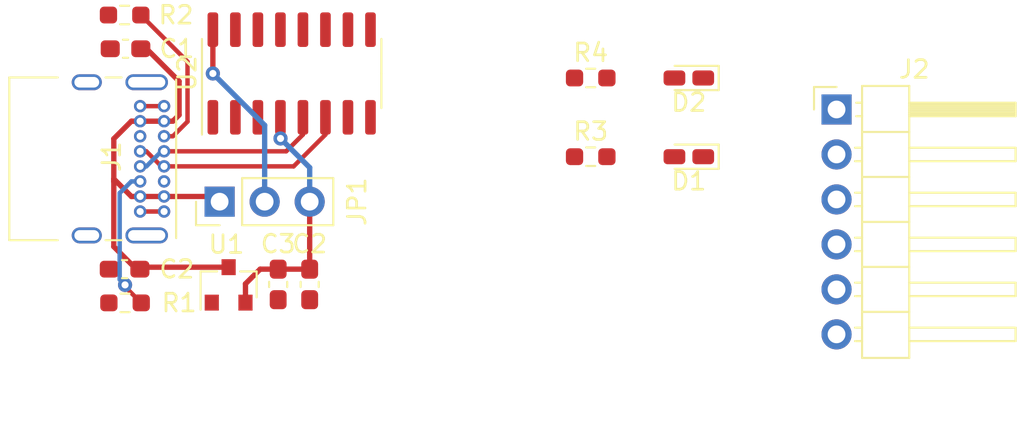
<source format=kicad_pcb>
(kicad_pcb (version 20171130) (host pcbnew 5.1.10)

  (general
    (thickness 1.6)
    (drawings 0)
    (tracks 60)
    (zones 0)
    (modules 15)
    (nets 25)
  )

  (page A4)
  (layers
    (0 F.Cu signal)
    (31 B.Cu signal)
    (32 B.Adhes user)
    (33 F.Adhes user)
    (34 B.Paste user)
    (35 F.Paste user)
    (36 B.SilkS user)
    (37 F.SilkS user)
    (38 B.Mask user)
    (39 F.Mask user)
    (40 Dwgs.User user)
    (41 Cmts.User user)
    (42 Eco1.User user)
    (43 Eco2.User user)
    (44 Edge.Cuts user)
    (45 Margin user)
    (46 B.CrtYd user)
    (47 F.CrtYd user)
    (48 B.Fab user)
    (49 F.Fab user)
  )

  (setup
    (last_trace_width 0.25)
    (trace_clearance 0.2)
    (zone_clearance 0.0254)
    (zone_45_only no)
    (trace_min 0.2)
    (via_size 0.8)
    (via_drill 0.4)
    (via_min_size 0.4)
    (via_min_drill 0.3)
    (uvia_size 0.3)
    (uvia_drill 0.1)
    (uvias_allowed no)
    (uvia_min_size 0.2)
    (uvia_min_drill 0.1)
    (edge_width 0.05)
    (segment_width 0.2)
    (pcb_text_width 0.3)
    (pcb_text_size 1.5 1.5)
    (mod_edge_width 0.12)
    (mod_text_size 1 1)
    (mod_text_width 0.15)
    (pad_size 1.524 1.524)
    (pad_drill 0.762)
    (pad_to_mask_clearance 0)
    (aux_axis_origin 0 0)
    (visible_elements FFFFFF7F)
    (pcbplotparams
      (layerselection 0x010fc_ffffffff)
      (usegerberextensions false)
      (usegerberattributes true)
      (usegerberadvancedattributes true)
      (creategerberjobfile true)
      (excludeedgelayer true)
      (linewidth 0.100000)
      (plotframeref false)
      (viasonmask false)
      (mode 1)
      (useauxorigin false)
      (hpglpennumber 1)
      (hpglpenspeed 20)
      (hpglpendiameter 15.000000)
      (psnegative false)
      (psa4output false)
      (plotreference true)
      (plotvalue true)
      (plotinvisibletext false)
      (padsonsilk false)
      (subtractmaskfromsilk false)
      (outputformat 1)
      (mirror false)
      (drillshape 1)
      (scaleselection 1)
      (outputdirectory ""))
  )

  (net 0 "")
  (net 1 shield)
  (net 2 +5V)
  (net 3 "Net-(J1-PadB8)")
  (net 4 "Net-(J1-PadA8)")
  (net 5 GNDD)
  (net 6 +3V3)
  (net 7 /USB_D+)
  (net 8 /USB_D-)
  (net 9 VCC)
  (net 10 /DTR)
  (net 11 /CTS)
  (net 12 /RXD)
  (net 13 /TXD)
  (net 14 "Net-(D1-Pad2)")
  (net 15 "Net-(D2-Pad2)")
  (net 16 "Net-(U2-Pad15)")
  (net 17 "Net-(U2-Pad14)")
  (net 18 "Net-(U2-Pad12)")
  (net 19 "Net-(U2-Pad11)")
  (net 20 "Net-(U2-Pad10)")
  (net 21 "Net-(U2-Pad8)")
  (net 22 "Net-(U2-Pad7)")
  (net 23 /CC2)
  (net 24 /CC1)

  (net_class Default "This is the default net class."
    (clearance 0.2)
    (trace_width 0.25)
    (via_dia 0.8)
    (via_drill 0.4)
    (uvia_dia 0.3)
    (uvia_drill 0.1)
    (add_net /CC1)
    (add_net /CC2)
    (add_net /CTS)
    (add_net /DTR)
    (add_net /RXD)
    (add_net /TXD)
    (add_net /USB_D+)
    (add_net /USB_D-)
    (add_net GNDD)
    (add_net "Net-(D1-Pad2)")
    (add_net "Net-(D2-Pad2)")
    (add_net "Net-(J1-PadA8)")
    (add_net "Net-(J1-PadB8)")
    (add_net "Net-(U2-Pad10)")
    (add_net "Net-(U2-Pad11)")
    (add_net "Net-(U2-Pad12)")
    (add_net "Net-(U2-Pad14)")
    (add_net "Net-(U2-Pad15)")
    (add_net "Net-(U2-Pad7)")
    (add_net "Net-(U2-Pad8)")
    (add_net shield)
  )

  (net_class VCC ""
    (clearance 0.2)
    (trace_width 0.3)
    (via_dia 0.8)
    (via_drill 0.4)
    (uvia_dia 0.3)
    (uvia_drill 0.1)
    (add_net +3V3)
    (add_net +5V)
    (add_net VCC)
  )

  (module Resistor_SMD:R_0603_1608Metric_Pad0.98x0.95mm_HandSolder (layer F.Cu) (tedit 5F68FEEE) (tstamp 60D6DADA)
    (at 78.5895 57.15)
    (descr "Resistor SMD 0603 (1608 Metric), square (rectangular) end terminal, IPC_7351 nominal with elongated pad for handsoldering. (Body size source: IPC-SM-782 page 72, https://www.pcb-3d.com/wordpress/wp-content/uploads/ipc-sm-782a_amendment_1_and_2.pdf), generated with kicad-footprint-generator")
    (tags "resistor handsolder")
    (path /60E3B5A9)
    (attr smd)
    (fp_text reference R4 (at 0 -1.43) (layer F.SilkS)
      (effects (font (size 1 1) (thickness 0.15)))
    )
    (fp_text value 51 (at 0 1.43) (layer F.Fab)
      (effects (font (size 1 1) (thickness 0.15)))
    )
    (fp_text user %R (at 0 0) (layer F.Fab)
      (effects (font (size 0.4 0.4) (thickness 0.06)))
    )
    (fp_line (start -0.8 0.4125) (end -0.8 -0.4125) (layer F.Fab) (width 0.1))
    (fp_line (start -0.8 -0.4125) (end 0.8 -0.4125) (layer F.Fab) (width 0.1))
    (fp_line (start 0.8 -0.4125) (end 0.8 0.4125) (layer F.Fab) (width 0.1))
    (fp_line (start 0.8 0.4125) (end -0.8 0.4125) (layer F.Fab) (width 0.1))
    (fp_line (start -0.254724 -0.5225) (end 0.254724 -0.5225) (layer F.SilkS) (width 0.12))
    (fp_line (start -0.254724 0.5225) (end 0.254724 0.5225) (layer F.SilkS) (width 0.12))
    (fp_line (start -1.65 0.73) (end -1.65 -0.73) (layer F.CrtYd) (width 0.05))
    (fp_line (start -1.65 -0.73) (end 1.65 -0.73) (layer F.CrtYd) (width 0.05))
    (fp_line (start 1.65 -0.73) (end 1.65 0.73) (layer F.CrtYd) (width 0.05))
    (fp_line (start 1.65 0.73) (end -1.65 0.73) (layer F.CrtYd) (width 0.05))
    (pad 2 smd roundrect (at 0.9125 0) (size 0.975 0.95) (layers F.Cu F.Paste F.Mask) (roundrect_rratio 0.25)
      (net 15 "Net-(D2-Pad2)"))
    (pad 1 smd roundrect (at -0.9125 0) (size 0.975 0.95) (layers F.Cu F.Paste F.Mask) (roundrect_rratio 0.25)
      (net 6 +3V3))
    (model ${KISYS3DMOD}/Resistor_SMD.3dshapes/R_0603_1608Metric.wrl
      (at (xyz 0 0 0))
      (scale (xyz 1 1 1))
      (rotate (xyz 0 0 0))
    )
  )

  (module Resistor_SMD:R_0603_1608Metric_Pad0.98x0.95mm_HandSolder (layer F.Cu) (tedit 5F68FEEE) (tstamp 60D6DAC9)
    (at 78.5895 61.595)
    (descr "Resistor SMD 0603 (1608 Metric), square (rectangular) end terminal, IPC_7351 nominal with elongated pad for handsoldering. (Body size source: IPC-SM-782 page 72, https://www.pcb-3d.com/wordpress/wp-content/uploads/ipc-sm-782a_amendment_1_and_2.pdf), generated with kicad-footprint-generator")
    (tags "resistor handsolder")
    (path /60E3936D)
    (attr smd)
    (fp_text reference R3 (at 0 -1.43) (layer F.SilkS)
      (effects (font (size 1 1) (thickness 0.15)))
    )
    (fp_text value 51 (at 0 1.43) (layer F.Fab)
      (effects (font (size 1 1) (thickness 0.15)))
    )
    (fp_text user %R (at 0 0) (layer F.Fab)
      (effects (font (size 0.4 0.4) (thickness 0.06)))
    )
    (fp_line (start -0.8 0.4125) (end -0.8 -0.4125) (layer F.Fab) (width 0.1))
    (fp_line (start -0.8 -0.4125) (end 0.8 -0.4125) (layer F.Fab) (width 0.1))
    (fp_line (start 0.8 -0.4125) (end 0.8 0.4125) (layer F.Fab) (width 0.1))
    (fp_line (start 0.8 0.4125) (end -0.8 0.4125) (layer F.Fab) (width 0.1))
    (fp_line (start -0.254724 -0.5225) (end 0.254724 -0.5225) (layer F.SilkS) (width 0.12))
    (fp_line (start -0.254724 0.5225) (end 0.254724 0.5225) (layer F.SilkS) (width 0.12))
    (fp_line (start -1.65 0.73) (end -1.65 -0.73) (layer F.CrtYd) (width 0.05))
    (fp_line (start -1.65 -0.73) (end 1.65 -0.73) (layer F.CrtYd) (width 0.05))
    (fp_line (start 1.65 -0.73) (end 1.65 0.73) (layer F.CrtYd) (width 0.05))
    (fp_line (start 1.65 0.73) (end -1.65 0.73) (layer F.CrtYd) (width 0.05))
    (pad 2 smd roundrect (at 0.9125 0) (size 0.975 0.95) (layers F.Cu F.Paste F.Mask) (roundrect_rratio 0.25)
      (net 14 "Net-(D1-Pad2)"))
    (pad 1 smd roundrect (at -0.9125 0) (size 0.975 0.95) (layers F.Cu F.Paste F.Mask) (roundrect_rratio 0.25)
      (net 6 +3V3))
    (model ${KISYS3DMOD}/Resistor_SMD.3dshapes/R_0603_1608Metric.wrl
      (at (xyz 0 0 0))
      (scale (xyz 1 1 1))
      (rotate (xyz 0 0 0))
    )
  )

  (module Resistor_SMD:R_0603_1608Metric_Pad0.98x0.95mm_HandSolder (layer F.Cu) (tedit 5F68FEEE) (tstamp 60D6DAB8)
    (at 52.3005 53.594 180)
    (descr "Resistor SMD 0603 (1608 Metric), square (rectangular) end terminal, IPC_7351 nominal with elongated pad for handsoldering. (Body size source: IPC-SM-782 page 72, https://www.pcb-3d.com/wordpress/wp-content/uploads/ipc-sm-782a_amendment_1_and_2.pdf), generated with kicad-footprint-generator")
    (tags "resistor handsolder")
    (path /60D9FAEA)
    (attr smd)
    (fp_text reference R2 (at -2.8975 0) (layer F.SilkS)
      (effects (font (size 1 1) (thickness 0.15)))
    )
    (fp_text value 5.1k (at 3.4525 0) (layer F.Fab)
      (effects (font (size 1 1) (thickness 0.15)))
    )
    (fp_text user %R (at 0 0) (layer F.Fab)
      (effects (font (size 0.4 0.4) (thickness 0.06)))
    )
    (fp_line (start -0.8 0.4125) (end -0.8 -0.4125) (layer F.Fab) (width 0.1))
    (fp_line (start -0.8 -0.4125) (end 0.8 -0.4125) (layer F.Fab) (width 0.1))
    (fp_line (start 0.8 -0.4125) (end 0.8 0.4125) (layer F.Fab) (width 0.1))
    (fp_line (start 0.8 0.4125) (end -0.8 0.4125) (layer F.Fab) (width 0.1))
    (fp_line (start -0.254724 -0.5225) (end 0.254724 -0.5225) (layer F.SilkS) (width 0.12))
    (fp_line (start -0.254724 0.5225) (end 0.254724 0.5225) (layer F.SilkS) (width 0.12))
    (fp_line (start -1.65 0.73) (end -1.65 -0.73) (layer F.CrtYd) (width 0.05))
    (fp_line (start -1.65 -0.73) (end 1.65 -0.73) (layer F.CrtYd) (width 0.05))
    (fp_line (start 1.65 -0.73) (end 1.65 0.73) (layer F.CrtYd) (width 0.05))
    (fp_line (start 1.65 0.73) (end -1.65 0.73) (layer F.CrtYd) (width 0.05))
    (pad 2 smd roundrect (at 0.9125 0 180) (size 0.975 0.95) (layers F.Cu F.Paste F.Mask) (roundrect_rratio 0.25)
      (net 5 GNDD))
    (pad 1 smd roundrect (at -0.9125 0 180) (size 0.975 0.95) (layers F.Cu F.Paste F.Mask) (roundrect_rratio 0.25)
      (net 24 /CC1))
    (model ${KISYS3DMOD}/Resistor_SMD.3dshapes/R_0603_1608Metric.wrl
      (at (xyz 0 0 0))
      (scale (xyz 1 1 1))
      (rotate (xyz 0 0 0))
    )
  )

  (module Resistor_SMD:R_0603_1608Metric_Pad0.98x0.95mm_HandSolder (layer F.Cu) (tedit 5F68FEEE) (tstamp 60D6EB45)
    (at 52.324 69.85 180)
    (descr "Resistor SMD 0603 (1608 Metric), square (rectangular) end terminal, IPC_7351 nominal with elongated pad for handsoldering. (Body size source: IPC-SM-782 page 72, https://www.pcb-3d.com/wordpress/wp-content/uploads/ipc-sm-782a_amendment_1_and_2.pdf), generated with kicad-footprint-generator")
    (tags "resistor handsolder")
    (path /60D9E0DD)
    (attr smd)
    (fp_text reference R1 (at -3.048 0) (layer F.SilkS)
      (effects (font (size 1 1) (thickness 0.15)))
    )
    (fp_text value 5.1k (at 3.556 0) (layer F.Fab)
      (effects (font (size 1 1) (thickness 0.15)))
    )
    (fp_text user %R (at 0 0 180) (layer F.Fab)
      (effects (font (size 0.4 0.4) (thickness 0.06)))
    )
    (fp_line (start -0.8 0.4125) (end -0.8 -0.4125) (layer F.Fab) (width 0.1))
    (fp_line (start -0.8 -0.4125) (end 0.8 -0.4125) (layer F.Fab) (width 0.1))
    (fp_line (start 0.8 -0.4125) (end 0.8 0.4125) (layer F.Fab) (width 0.1))
    (fp_line (start 0.8 0.4125) (end -0.8 0.4125) (layer F.Fab) (width 0.1))
    (fp_line (start -0.254724 -0.5225) (end 0.254724 -0.5225) (layer F.SilkS) (width 0.12))
    (fp_line (start -0.254724 0.5225) (end 0.254724 0.5225) (layer F.SilkS) (width 0.12))
    (fp_line (start -1.65 0.73) (end -1.65 -0.73) (layer F.CrtYd) (width 0.05))
    (fp_line (start -1.65 -0.73) (end 1.65 -0.73) (layer F.CrtYd) (width 0.05))
    (fp_line (start 1.65 -0.73) (end 1.65 0.73) (layer F.CrtYd) (width 0.05))
    (fp_line (start 1.65 0.73) (end -1.65 0.73) (layer F.CrtYd) (width 0.05))
    (pad 2 smd roundrect (at 0.9125 0 180) (size 0.975 0.95) (layers F.Cu F.Paste F.Mask) (roundrect_rratio 0.25)
      (net 5 GNDD))
    (pad 1 smd roundrect (at -0.9125 0 180) (size 0.975 0.95) (layers F.Cu F.Paste F.Mask) (roundrect_rratio 0.25)
      (net 23 /CC2))
    (model ${KISYS3DMOD}/Resistor_SMD.3dshapes/R_0603_1608Metric.wrl
      (at (xyz 0 0 0))
      (scale (xyz 1 1 1))
      (rotate (xyz 0 0 0))
    )
  )

  (module Connector_PinHeader_2.54mm:PinHeader_1x06_P2.54mm_Horizontal (layer F.Cu) (tedit 59FED5CB) (tstamp 60D6DA6A)
    (at 92.456 58.928)
    (descr "Through hole angled pin header, 1x06, 2.54mm pitch, 6mm pin length, single row")
    (tags "Through hole angled pin header THT 1x06 2.54mm single row")
    (path /60EAF4A8)
    (fp_text reference J2 (at 4.385 -2.27) (layer F.SilkS)
      (effects (font (size 1 1) (thickness 0.15)))
    )
    (fp_text value Conn_01x06 (at 4.385 14.97) (layer F.Fab)
      (effects (font (size 1 1) (thickness 0.15)))
    )
    (fp_text user %R (at 2.77 6.35 90) (layer F.Fab)
      (effects (font (size 1 1) (thickness 0.15)))
    )
    (fp_line (start 2.135 -1.27) (end 4.04 -1.27) (layer F.Fab) (width 0.1))
    (fp_line (start 4.04 -1.27) (end 4.04 13.97) (layer F.Fab) (width 0.1))
    (fp_line (start 4.04 13.97) (end 1.5 13.97) (layer F.Fab) (width 0.1))
    (fp_line (start 1.5 13.97) (end 1.5 -0.635) (layer F.Fab) (width 0.1))
    (fp_line (start 1.5 -0.635) (end 2.135 -1.27) (layer F.Fab) (width 0.1))
    (fp_line (start -0.32 -0.32) (end 1.5 -0.32) (layer F.Fab) (width 0.1))
    (fp_line (start -0.32 -0.32) (end -0.32 0.32) (layer F.Fab) (width 0.1))
    (fp_line (start -0.32 0.32) (end 1.5 0.32) (layer F.Fab) (width 0.1))
    (fp_line (start 4.04 -0.32) (end 10.04 -0.32) (layer F.Fab) (width 0.1))
    (fp_line (start 10.04 -0.32) (end 10.04 0.32) (layer F.Fab) (width 0.1))
    (fp_line (start 4.04 0.32) (end 10.04 0.32) (layer F.Fab) (width 0.1))
    (fp_line (start -0.32 2.22) (end 1.5 2.22) (layer F.Fab) (width 0.1))
    (fp_line (start -0.32 2.22) (end -0.32 2.86) (layer F.Fab) (width 0.1))
    (fp_line (start -0.32 2.86) (end 1.5 2.86) (layer F.Fab) (width 0.1))
    (fp_line (start 4.04 2.22) (end 10.04 2.22) (layer F.Fab) (width 0.1))
    (fp_line (start 10.04 2.22) (end 10.04 2.86) (layer F.Fab) (width 0.1))
    (fp_line (start 4.04 2.86) (end 10.04 2.86) (layer F.Fab) (width 0.1))
    (fp_line (start -0.32 4.76) (end 1.5 4.76) (layer F.Fab) (width 0.1))
    (fp_line (start -0.32 4.76) (end -0.32 5.4) (layer F.Fab) (width 0.1))
    (fp_line (start -0.32 5.4) (end 1.5 5.4) (layer F.Fab) (width 0.1))
    (fp_line (start 4.04 4.76) (end 10.04 4.76) (layer F.Fab) (width 0.1))
    (fp_line (start 10.04 4.76) (end 10.04 5.4) (layer F.Fab) (width 0.1))
    (fp_line (start 4.04 5.4) (end 10.04 5.4) (layer F.Fab) (width 0.1))
    (fp_line (start -0.32 7.3) (end 1.5 7.3) (layer F.Fab) (width 0.1))
    (fp_line (start -0.32 7.3) (end -0.32 7.94) (layer F.Fab) (width 0.1))
    (fp_line (start -0.32 7.94) (end 1.5 7.94) (layer F.Fab) (width 0.1))
    (fp_line (start 4.04 7.3) (end 10.04 7.3) (layer F.Fab) (width 0.1))
    (fp_line (start 10.04 7.3) (end 10.04 7.94) (layer F.Fab) (width 0.1))
    (fp_line (start 4.04 7.94) (end 10.04 7.94) (layer F.Fab) (width 0.1))
    (fp_line (start -0.32 9.84) (end 1.5 9.84) (layer F.Fab) (width 0.1))
    (fp_line (start -0.32 9.84) (end -0.32 10.48) (layer F.Fab) (width 0.1))
    (fp_line (start -0.32 10.48) (end 1.5 10.48) (layer F.Fab) (width 0.1))
    (fp_line (start 4.04 9.84) (end 10.04 9.84) (layer F.Fab) (width 0.1))
    (fp_line (start 10.04 9.84) (end 10.04 10.48) (layer F.Fab) (width 0.1))
    (fp_line (start 4.04 10.48) (end 10.04 10.48) (layer F.Fab) (width 0.1))
    (fp_line (start -0.32 12.38) (end 1.5 12.38) (layer F.Fab) (width 0.1))
    (fp_line (start -0.32 12.38) (end -0.32 13.02) (layer F.Fab) (width 0.1))
    (fp_line (start -0.32 13.02) (end 1.5 13.02) (layer F.Fab) (width 0.1))
    (fp_line (start 4.04 12.38) (end 10.04 12.38) (layer F.Fab) (width 0.1))
    (fp_line (start 10.04 12.38) (end 10.04 13.02) (layer F.Fab) (width 0.1))
    (fp_line (start 4.04 13.02) (end 10.04 13.02) (layer F.Fab) (width 0.1))
    (fp_line (start 1.44 -1.33) (end 1.44 14.03) (layer F.SilkS) (width 0.12))
    (fp_line (start 1.44 14.03) (end 4.1 14.03) (layer F.SilkS) (width 0.12))
    (fp_line (start 4.1 14.03) (end 4.1 -1.33) (layer F.SilkS) (width 0.12))
    (fp_line (start 4.1 -1.33) (end 1.44 -1.33) (layer F.SilkS) (width 0.12))
    (fp_line (start 4.1 -0.38) (end 10.1 -0.38) (layer F.SilkS) (width 0.12))
    (fp_line (start 10.1 -0.38) (end 10.1 0.38) (layer F.SilkS) (width 0.12))
    (fp_line (start 10.1 0.38) (end 4.1 0.38) (layer F.SilkS) (width 0.12))
    (fp_line (start 4.1 -0.32) (end 10.1 -0.32) (layer F.SilkS) (width 0.12))
    (fp_line (start 4.1 -0.2) (end 10.1 -0.2) (layer F.SilkS) (width 0.12))
    (fp_line (start 4.1 -0.08) (end 10.1 -0.08) (layer F.SilkS) (width 0.12))
    (fp_line (start 4.1 0.04) (end 10.1 0.04) (layer F.SilkS) (width 0.12))
    (fp_line (start 4.1 0.16) (end 10.1 0.16) (layer F.SilkS) (width 0.12))
    (fp_line (start 4.1 0.28) (end 10.1 0.28) (layer F.SilkS) (width 0.12))
    (fp_line (start 1.11 -0.38) (end 1.44 -0.38) (layer F.SilkS) (width 0.12))
    (fp_line (start 1.11 0.38) (end 1.44 0.38) (layer F.SilkS) (width 0.12))
    (fp_line (start 1.44 1.27) (end 4.1 1.27) (layer F.SilkS) (width 0.12))
    (fp_line (start 4.1 2.16) (end 10.1 2.16) (layer F.SilkS) (width 0.12))
    (fp_line (start 10.1 2.16) (end 10.1 2.92) (layer F.SilkS) (width 0.12))
    (fp_line (start 10.1 2.92) (end 4.1 2.92) (layer F.SilkS) (width 0.12))
    (fp_line (start 1.042929 2.16) (end 1.44 2.16) (layer F.SilkS) (width 0.12))
    (fp_line (start 1.042929 2.92) (end 1.44 2.92) (layer F.SilkS) (width 0.12))
    (fp_line (start 1.44 3.81) (end 4.1 3.81) (layer F.SilkS) (width 0.12))
    (fp_line (start 4.1 4.7) (end 10.1 4.7) (layer F.SilkS) (width 0.12))
    (fp_line (start 10.1 4.7) (end 10.1 5.46) (layer F.SilkS) (width 0.12))
    (fp_line (start 10.1 5.46) (end 4.1 5.46) (layer F.SilkS) (width 0.12))
    (fp_line (start 1.042929 4.7) (end 1.44 4.7) (layer F.SilkS) (width 0.12))
    (fp_line (start 1.042929 5.46) (end 1.44 5.46) (layer F.SilkS) (width 0.12))
    (fp_line (start 1.44 6.35) (end 4.1 6.35) (layer F.SilkS) (width 0.12))
    (fp_line (start 4.1 7.24) (end 10.1 7.24) (layer F.SilkS) (width 0.12))
    (fp_line (start 10.1 7.24) (end 10.1 8) (layer F.SilkS) (width 0.12))
    (fp_line (start 10.1 8) (end 4.1 8) (layer F.SilkS) (width 0.12))
    (fp_line (start 1.042929 7.24) (end 1.44 7.24) (layer F.SilkS) (width 0.12))
    (fp_line (start 1.042929 8) (end 1.44 8) (layer F.SilkS) (width 0.12))
    (fp_line (start 1.44 8.89) (end 4.1 8.89) (layer F.SilkS) (width 0.12))
    (fp_line (start 4.1 9.78) (end 10.1 9.78) (layer F.SilkS) (width 0.12))
    (fp_line (start 10.1 9.78) (end 10.1 10.54) (layer F.SilkS) (width 0.12))
    (fp_line (start 10.1 10.54) (end 4.1 10.54) (layer F.SilkS) (width 0.12))
    (fp_line (start 1.042929 9.78) (end 1.44 9.78) (layer F.SilkS) (width 0.12))
    (fp_line (start 1.042929 10.54) (end 1.44 10.54) (layer F.SilkS) (width 0.12))
    (fp_line (start 1.44 11.43) (end 4.1 11.43) (layer F.SilkS) (width 0.12))
    (fp_line (start 4.1 12.32) (end 10.1 12.32) (layer F.SilkS) (width 0.12))
    (fp_line (start 10.1 12.32) (end 10.1 13.08) (layer F.SilkS) (width 0.12))
    (fp_line (start 10.1 13.08) (end 4.1 13.08) (layer F.SilkS) (width 0.12))
    (fp_line (start 1.042929 12.32) (end 1.44 12.32) (layer F.SilkS) (width 0.12))
    (fp_line (start 1.042929 13.08) (end 1.44 13.08) (layer F.SilkS) (width 0.12))
    (fp_line (start -1.27 0) (end -1.27 -1.27) (layer F.SilkS) (width 0.12))
    (fp_line (start -1.27 -1.27) (end 0 -1.27) (layer F.SilkS) (width 0.12))
    (fp_line (start -1.8 -1.8) (end -1.8 14.5) (layer F.CrtYd) (width 0.05))
    (fp_line (start -1.8 14.5) (end 10.55 14.5) (layer F.CrtYd) (width 0.05))
    (fp_line (start 10.55 14.5) (end 10.55 -1.8) (layer F.CrtYd) (width 0.05))
    (fp_line (start 10.55 -1.8) (end -1.8 -1.8) (layer F.CrtYd) (width 0.05))
    (pad 6 thru_hole oval (at 0 12.7) (size 1.7 1.7) (drill 1) (layers *.Cu *.Mask)
      (net 10 /DTR))
    (pad 5 thru_hole oval (at 0 10.16) (size 1.7 1.7) (drill 1) (layers *.Cu *.Mask)
      (net 12 /RXD))
    (pad 4 thru_hole oval (at 0 7.62) (size 1.7 1.7) (drill 1) (layers *.Cu *.Mask)
      (net 13 /TXD))
    (pad 3 thru_hole oval (at 0 5.08) (size 1.7 1.7) (drill 1) (layers *.Cu *.Mask)
      (net 9 VCC))
    (pad 2 thru_hole oval (at 0 2.54) (size 1.7 1.7) (drill 1) (layers *.Cu *.Mask)
      (net 11 /CTS))
    (pad 1 thru_hole rect (at 0 0) (size 1.7 1.7) (drill 1) (layers *.Cu *.Mask)
      (net 5 GNDD))
    (model ${KISYS3DMOD}/Connector_PinHeader_2.54mm.3dshapes/PinHeader_1x06_P2.54mm_Horizontal.wrl
      (at (xyz 0 0 0))
      (scale (xyz 1 1 1))
      (rotate (xyz 0 0 0))
    )
  )

  (module LED_SMD:LED_0603_1608Metric_Castellated (layer F.Cu) (tedit 5F68FEF1) (tstamp 60D6D9B3)
    (at 84.1245 57.15 180)
    (descr "LED SMD 0603 (1608 Metric), castellated end terminal, IPC_7351 nominal, (Body size source: http://www.tortai-tech.com/upload/download/2011102023233369053.pdf), generated with kicad-footprint-generator")
    (tags "LED castellated")
    (path /60E9D1DB)
    (attr smd)
    (fp_text reference D2 (at 0 -1.38) (layer F.SilkS)
      (effects (font (size 1 1) (thickness 0.15)))
    )
    (fp_text value LED_Small (at 0 1.38) (layer F.Fab)
      (effects (font (size 1 1) (thickness 0.15)))
    )
    (fp_text user %R (at 0 0) (layer F.Fab)
      (effects (font (size 0.4 0.4) (thickness 0.06)))
    )
    (fp_line (start 0.8 -0.4) (end -0.5 -0.4) (layer F.Fab) (width 0.1))
    (fp_line (start -0.5 -0.4) (end -0.8 -0.1) (layer F.Fab) (width 0.1))
    (fp_line (start -0.8 -0.1) (end -0.8 0.4) (layer F.Fab) (width 0.1))
    (fp_line (start -0.8 0.4) (end 0.8 0.4) (layer F.Fab) (width 0.1))
    (fp_line (start 0.8 0.4) (end 0.8 -0.4) (layer F.Fab) (width 0.1))
    (fp_line (start 0.8 -0.685) (end -1.685 -0.685) (layer F.SilkS) (width 0.12))
    (fp_line (start -1.685 -0.685) (end -1.685 0.685) (layer F.SilkS) (width 0.12))
    (fp_line (start -1.685 0.685) (end 0.8 0.685) (layer F.SilkS) (width 0.12))
    (fp_line (start -1.68 0.68) (end -1.68 -0.68) (layer F.CrtYd) (width 0.05))
    (fp_line (start -1.68 -0.68) (end 1.68 -0.68) (layer F.CrtYd) (width 0.05))
    (fp_line (start 1.68 -0.68) (end 1.68 0.68) (layer F.CrtYd) (width 0.05))
    (fp_line (start 1.68 0.68) (end -1.68 0.68) (layer F.CrtYd) (width 0.05))
    (pad 2 smd roundrect (at 0.8125 0 180) (size 1.225 0.85) (layers F.Cu F.Paste F.Mask) (roundrect_rratio 0.25)
      (net 15 "Net-(D2-Pad2)"))
    (pad 1 smd roundrect (at -0.8125 0 180) (size 1.225 0.85) (layers F.Cu F.Paste F.Mask) (roundrect_rratio 0.25)
      (net 12 /RXD))
    (model ${KISYS3DMOD}/LED_SMD.3dshapes/LED_0603_1608Metric_Castellated.wrl
      (at (xyz 0 0 0))
      (scale (xyz 1 1 1))
      (rotate (xyz 0 0 0))
    )
  )

  (module LED_SMD:LED_0603_1608Metric_Castellated (layer F.Cu) (tedit 5F68FEF1) (tstamp 60D6D9A0)
    (at 84.1245 61.595 180)
    (descr "LED SMD 0603 (1608 Metric), castellated end terminal, IPC_7351 nominal, (Body size source: http://www.tortai-tech.com/upload/download/2011102023233369053.pdf), generated with kicad-footprint-generator")
    (tags "LED castellated")
    (path /60E3DF88)
    (attr smd)
    (fp_text reference D1 (at 0 -1.38) (layer F.SilkS)
      (effects (font (size 1 1) (thickness 0.15)))
    )
    (fp_text value LED_Small (at 0 1.38) (layer F.Fab)
      (effects (font (size 1 1) (thickness 0.15)))
    )
    (fp_text user %R (at 0.094999 0) (layer F.Fab)
      (effects (font (size 0.4 0.4) (thickness 0.06)))
    )
    (fp_line (start 0.8 -0.4) (end -0.5 -0.4) (layer F.Fab) (width 0.1))
    (fp_line (start -0.5 -0.4) (end -0.8 -0.1) (layer F.Fab) (width 0.1))
    (fp_line (start -0.8 -0.1) (end -0.8 0.4) (layer F.Fab) (width 0.1))
    (fp_line (start -0.8 0.4) (end 0.8 0.4) (layer F.Fab) (width 0.1))
    (fp_line (start 0.8 0.4) (end 0.8 -0.4) (layer F.Fab) (width 0.1))
    (fp_line (start 0.8 -0.685) (end -1.685 -0.685) (layer F.SilkS) (width 0.12))
    (fp_line (start -1.685 -0.685) (end -1.685 0.685) (layer F.SilkS) (width 0.12))
    (fp_line (start -1.685 0.685) (end 0.8 0.685) (layer F.SilkS) (width 0.12))
    (fp_line (start -1.68 0.68) (end -1.68 -0.68) (layer F.CrtYd) (width 0.05))
    (fp_line (start -1.68 -0.68) (end 1.68 -0.68) (layer F.CrtYd) (width 0.05))
    (fp_line (start 1.68 -0.68) (end 1.68 0.68) (layer F.CrtYd) (width 0.05))
    (fp_line (start 1.68 0.68) (end -1.68 0.68) (layer F.CrtYd) (width 0.05))
    (pad 2 smd roundrect (at 0.8125 0 180) (size 1.225 0.85) (layers F.Cu F.Paste F.Mask) (roundrect_rratio 0.25)
      (net 14 "Net-(D1-Pad2)"))
    (pad 1 smd roundrect (at -0.8125 0 180) (size 1.225 0.85) (layers F.Cu F.Paste F.Mask) (roundrect_rratio 0.25)
      (net 13 /TXD))
    (model ${KISYS3DMOD}/LED_SMD.3dshapes/LED_0603_1608Metric_Castellated.wrl
      (at (xyz 0 0 0))
      (scale (xyz 1 1 1))
      (rotate (xyz 0 0 0))
    )
  )

  (module Package_TO_SOT_SMD:SOT-23 (layer F.Cu) (tedit 5A02FF57) (tstamp 60D444C9)
    (at 58.166 68.834 90)
    (descr "SOT-23, Standard")
    (tags SOT-23)
    (path /60D6EB55)
    (attr smd)
    (fp_text reference U1 (at 2.286 -0.127 180) (layer F.SilkS)
      (effects (font (size 1 1) (thickness 0.15)))
    )
    (fp_text value XC6206P332MR (at -7.874 -0.254 180) (layer F.Fab)
      (effects (font (size 1 1) (thickness 0.15)))
    )
    (fp_line (start 0.76 1.58) (end -0.7 1.58) (layer F.SilkS) (width 0.12))
    (fp_line (start 0.76 -1.58) (end -1.4 -1.58) (layer F.SilkS) (width 0.12))
    (fp_line (start -1.7 1.75) (end -1.7 -1.75) (layer F.CrtYd) (width 0.05))
    (fp_line (start 1.7 1.75) (end -1.7 1.75) (layer F.CrtYd) (width 0.05))
    (fp_line (start 1.7 -1.75) (end 1.7 1.75) (layer F.CrtYd) (width 0.05))
    (fp_line (start -1.7 -1.75) (end 1.7 -1.75) (layer F.CrtYd) (width 0.05))
    (fp_line (start 0.76 -1.58) (end 0.76 -0.65) (layer F.SilkS) (width 0.12))
    (fp_line (start 0.76 1.58) (end 0.76 0.65) (layer F.SilkS) (width 0.12))
    (fp_line (start -0.7 1.52) (end 0.7 1.52) (layer F.Fab) (width 0.1))
    (fp_line (start 0.7 -1.52) (end 0.7 1.52) (layer F.Fab) (width 0.1))
    (fp_line (start -0.7 -0.95) (end -0.15 -1.52) (layer F.Fab) (width 0.1))
    (fp_line (start -0.15 -1.52) (end 0.7 -1.52) (layer F.Fab) (width 0.1))
    (fp_line (start -0.7 -0.95) (end -0.7 1.5) (layer F.Fab) (width 0.1))
    (fp_text user %R (at 0 0) (layer F.Fab)
      (effects (font (size 0.5 0.5) (thickness 0.075)))
    )
    (pad 3 smd rect (at 1 0 90) (size 0.9 0.8) (layers F.Cu F.Paste F.Mask)
      (net 2 +5V))
    (pad 2 smd rect (at -1 0.95 90) (size 0.9 0.8) (layers F.Cu F.Paste F.Mask)
      (net 6 +3V3))
    (pad 1 smd rect (at -1 -0.95 90) (size 0.9 0.8) (layers F.Cu F.Paste F.Mask)
      (net 5 GNDD))
    (model ${KISYS3DMOD}/Package_TO_SOT_SMD.3dshapes/SOT-23.wrl
      (at (xyz 0 0 0))
      (scale (xyz 1 1 1))
      (rotate (xyz 0 0 0))
    )
  )

  (module Connector_PinHeader_2.54mm:PinHeader_1x03_P2.54mm_Vertical (layer F.Cu) (tedit 59FED5CC) (tstamp 60D44AAB)
    (at 57.658 64.135 90)
    (descr "Through hole straight pin header, 1x03, 2.54mm pitch, single row")
    (tags "Through hole pin header THT 1x03 2.54mm single row")
    (path /60DD52A3)
    (fp_text reference JP1 (at 0 7.747 90) (layer F.SilkS)
      (effects (font (size 1 1) (thickness 0.15)))
    )
    (fp_text value Jumper (at 0 9.144 90) (layer F.Fab)
      (effects (font (size 1 1) (thickness 0.15)))
    )
    (fp_line (start 1.8 -1.8) (end -1.8 -1.8) (layer F.CrtYd) (width 0.05))
    (fp_line (start 1.8 6.85) (end 1.8 -1.8) (layer F.CrtYd) (width 0.05))
    (fp_line (start -1.8 6.85) (end 1.8 6.85) (layer F.CrtYd) (width 0.05))
    (fp_line (start -1.8 -1.8) (end -1.8 6.85) (layer F.CrtYd) (width 0.05))
    (fp_line (start -1.33 -1.33) (end 0 -1.33) (layer F.SilkS) (width 0.12))
    (fp_line (start -1.33 0) (end -1.33 -1.33) (layer F.SilkS) (width 0.12))
    (fp_line (start -1.33 1.27) (end 1.33 1.27) (layer F.SilkS) (width 0.12))
    (fp_line (start 1.33 1.27) (end 1.33 6.41) (layer F.SilkS) (width 0.12))
    (fp_line (start -1.33 1.27) (end -1.33 6.41) (layer F.SilkS) (width 0.12))
    (fp_line (start -1.33 6.41) (end 1.33 6.41) (layer F.SilkS) (width 0.12))
    (fp_line (start -1.27 -0.635) (end -0.635 -1.27) (layer F.Fab) (width 0.1))
    (fp_line (start -1.27 6.35) (end -1.27 -0.635) (layer F.Fab) (width 0.1))
    (fp_line (start 1.27 6.35) (end -1.27 6.35) (layer F.Fab) (width 0.1))
    (fp_line (start 1.27 -1.27) (end 1.27 6.35) (layer F.Fab) (width 0.1))
    (fp_line (start -0.635 -1.27) (end 1.27 -1.27) (layer F.Fab) (width 0.1))
    (fp_text user %R (at 0 2.54) (layer F.Fab)
      (effects (font (size 1 1) (thickness 0.15)))
    )
    (pad 3 thru_hole oval (at 0 5.08 90) (size 1.7 1.7) (drill 1) (layers *.Cu *.Mask)
      (net 6 +3V3))
    (pad 2 thru_hole oval (at 0 2.54 90) (size 1.7 1.7) (drill 1) (layers *.Cu *.Mask)
      (net 9 VCC))
    (pad 1 thru_hole rect (at 0 0 90) (size 1.7 1.7) (drill 1) (layers *.Cu *.Mask)
      (net 2 +5V))
    (model ${KISYS3DMOD}/Connector_PinHeader_2.54mm.3dshapes/PinHeader_1x03_P2.54mm_Vertical.wrl
      (at (xyz 0 0 0))
      (scale (xyz 1 1 1))
      (rotate (xyz 0 0 0))
    )
  )

  (module Capacitor_SMD:C_0603_1608Metric_Pad1.08x0.95mm_HandSolder (layer F.Cu) (tedit 5F68FEEF) (tstamp 60D44DA0)
    (at 60.96 68.8075 270)
    (descr "Capacitor SMD 0603 (1608 Metric), square (rectangular) end terminal, IPC_7351 nominal with elongated pad for handsoldering. (Body size source: IPC-SM-782 page 76, https://www.pcb-3d.com/wordpress/wp-content/uploads/ipc-sm-782a_amendment_1_and_2.pdf), generated with kicad-footprint-generator")
    (tags "capacitor handsolder")
    (path /60D7B48D)
    (attr smd)
    (fp_text reference C3 (at -2.286 0 180) (layer F.SilkS)
      (effects (font (size 1 1) (thickness 0.15)))
    )
    (fp_text value "1uF " (at 2.6935 -0.381 180) (layer F.Fab)
      (effects (font (size 1 1) (thickness 0.15)))
    )
    (fp_line (start 1.65 0.73) (end -1.65 0.73) (layer F.CrtYd) (width 0.05))
    (fp_line (start 1.65 -0.73) (end 1.65 0.73) (layer F.CrtYd) (width 0.05))
    (fp_line (start -1.65 -0.73) (end 1.65 -0.73) (layer F.CrtYd) (width 0.05))
    (fp_line (start -1.65 0.73) (end -1.65 -0.73) (layer F.CrtYd) (width 0.05))
    (fp_line (start -0.146267 0.51) (end 0.146267 0.51) (layer F.SilkS) (width 0.12))
    (fp_line (start -0.146267 -0.51) (end 0.146267 -0.51) (layer F.SilkS) (width 0.12))
    (fp_line (start 0.8 0.4) (end -0.8 0.4) (layer F.Fab) (width 0.1))
    (fp_line (start 0.8 -0.4) (end 0.8 0.4) (layer F.Fab) (width 0.1))
    (fp_line (start -0.8 -0.4) (end 0.8 -0.4) (layer F.Fab) (width 0.1))
    (fp_line (start -0.8 0.4) (end -0.8 -0.4) (layer F.Fab) (width 0.1))
    (fp_text user %R (at 0 0 90) (layer F.Fab)
      (effects (font (size 0.4 0.4) (thickness 0.06)))
    )
    (pad 2 smd roundrect (at 0.8625 0 270) (size 1.075 0.95) (layers F.Cu F.Paste F.Mask) (roundrect_rratio 0.25)
      (net 5 GNDD))
    (pad 1 smd roundrect (at -0.8625 0 270) (size 1.075 0.95) (layers F.Cu F.Paste F.Mask) (roundrect_rratio 0.25)
      (net 6 +3V3))
    (model ${KISYS3DMOD}/Capacitor_SMD.3dshapes/C_0603_1608Metric.wrl
      (at (xyz 0 0 0))
      (scale (xyz 1 1 1))
      (rotate (xyz 0 0 0))
    )
  )

  (module Capacitor_SMD:C_0603_1608Metric_Pad1.08x0.95mm_HandSolder (layer F.Cu) (tedit 5F68FEEF) (tstamp 60D710BC)
    (at 52.2975 67.945 180)
    (descr "Capacitor SMD 0603 (1608 Metric), square (rectangular) end terminal, IPC_7351 nominal with elongated pad for handsoldering. (Body size source: IPC-SM-782 page 76, https://www.pcb-3d.com/wordpress/wp-content/uploads/ipc-sm-782a_amendment_1_and_2.pdf), generated with kicad-footprint-generator")
    (tags "capacitor handsolder")
    (path /60D7A66C)
    (attr smd)
    (fp_text reference C2 (at -2.9475 0) (layer F.SilkS)
      (effects (font (size 1 1) (thickness 0.15)))
    )
    (fp_text value "1uF  50V" (at 3.4025 0) (layer F.Fab)
      (effects (font (size 1 1) (thickness 0.15)))
    )
    (fp_line (start 1.65 0.73) (end -1.65 0.73) (layer F.CrtYd) (width 0.05))
    (fp_line (start 1.65 -0.73) (end 1.65 0.73) (layer F.CrtYd) (width 0.05))
    (fp_line (start -1.65 -0.73) (end 1.65 -0.73) (layer F.CrtYd) (width 0.05))
    (fp_line (start -1.65 0.73) (end -1.65 -0.73) (layer F.CrtYd) (width 0.05))
    (fp_line (start -0.146267 0.51) (end 0.146267 0.51) (layer F.SilkS) (width 0.12))
    (fp_line (start -0.146267 -0.51) (end 0.146267 -0.51) (layer F.SilkS) (width 0.12))
    (fp_line (start 0.8 0.4) (end -0.8 0.4) (layer F.Fab) (width 0.1))
    (fp_line (start 0.8 -0.4) (end 0.8 0.4) (layer F.Fab) (width 0.1))
    (fp_line (start -0.8 -0.4) (end 0.8 -0.4) (layer F.Fab) (width 0.1))
    (fp_line (start -0.8 0.4) (end -0.8 -0.4) (layer F.Fab) (width 0.1))
    (fp_text user %R (at 0 0) (layer F.Fab)
      (effects (font (size 0.4 0.4) (thickness 0.06)))
    )
    (pad 2 smd roundrect (at 0.8625 0 180) (size 1.075 0.95) (layers F.Cu F.Paste F.Mask) (roundrect_rratio 0.25)
      (net 5 GNDD))
    (pad 1 smd roundrect (at -0.8625 0 180) (size 1.075 0.95) (layers F.Cu F.Paste F.Mask) (roundrect_rratio 0.25)
      (net 2 +5V))
    (model ${KISYS3DMOD}/Capacitor_SMD.3dshapes/C_0603_1608Metric.wrl
      (at (xyz 0 0 0))
      (scale (xyz 1 1 1))
      (rotate (xyz 0 0 0))
    )
  )

  (module Capacitor_SMD:C_0603_1608Metric_Pad1.08x0.95mm_HandSolder (layer F.Cu) (tedit 5F68FEEF) (tstamp 60D44C0B)
    (at 62.738 68.8075 270)
    (descr "Capacitor SMD 0603 (1608 Metric), square (rectangular) end terminal, IPC_7351 nominal with elongated pad for handsoldering. (Body size source: IPC-SM-782 page 76, https://www.pcb-3d.com/wordpress/wp-content/uploads/ipc-sm-782a_amendment_1_and_2.pdf), generated with kicad-footprint-generator")
    (tags "capacitor handsolder")
    (path /60DB03D7)
    (attr smd)
    (fp_text reference C2 (at -2.286 0 180) (layer F.SilkS)
      (effects (font (size 1 1) (thickness 0.15)))
    )
    (fp_text value "0.1uF " (at 2.5665 -2.413 180) (layer F.Fab)
      (effects (font (size 1 1) (thickness 0.15)))
    )
    (fp_line (start 1.65 0.73) (end -1.65 0.73) (layer F.CrtYd) (width 0.05))
    (fp_line (start 1.65 -0.73) (end 1.65 0.73) (layer F.CrtYd) (width 0.05))
    (fp_line (start -1.65 -0.73) (end 1.65 -0.73) (layer F.CrtYd) (width 0.05))
    (fp_line (start -1.65 0.73) (end -1.65 -0.73) (layer F.CrtYd) (width 0.05))
    (fp_line (start -0.146267 0.51) (end 0.146267 0.51) (layer F.SilkS) (width 0.12))
    (fp_line (start -0.146267 -0.51) (end 0.146267 -0.51) (layer F.SilkS) (width 0.12))
    (fp_line (start 0.8 0.4) (end -0.8 0.4) (layer F.Fab) (width 0.1))
    (fp_line (start 0.8 -0.4) (end 0.8 0.4) (layer F.Fab) (width 0.1))
    (fp_line (start -0.8 -0.4) (end 0.8 -0.4) (layer F.Fab) (width 0.1))
    (fp_line (start -0.8 0.4) (end -0.8 -0.4) (layer F.Fab) (width 0.1))
    (fp_text user %R (at 0 0 90) (layer F.Fab)
      (effects (font (size 0.4 0.4) (thickness 0.06)))
    )
    (pad 2 smd roundrect (at 0.8625 0 270) (size 1.075 0.95) (layers F.Cu F.Paste F.Mask) (roundrect_rratio 0.25)
      (net 5 GNDD))
    (pad 1 smd roundrect (at -0.8625 0 270) (size 1.075 0.95) (layers F.Cu F.Paste F.Mask) (roundrect_rratio 0.25)
      (net 6 +3V3))
    (model ${KISYS3DMOD}/Capacitor_SMD.3dshapes/C_0603_1608Metric.wrl
      (at (xyz 0 0 0))
      (scale (xyz 1 1 1))
      (rotate (xyz 0 0 0))
    )
  )

  (module Capacitor_SMD:C_0603_1608Metric_Pad1.08x0.95mm_HandSolder (layer F.Cu) (tedit 5F68FEEF) (tstamp 60D46236)
    (at 52.3505 55.499 180)
    (descr "Capacitor SMD 0603 (1608 Metric), square (rectangular) end terminal, IPC_7351 nominal with elongated pad for handsoldering. (Body size source: IPC-SM-782 page 76, https://www.pcb-3d.com/wordpress/wp-content/uploads/ipc-sm-782a_amendment_1_and_2.pdf), generated with kicad-footprint-generator")
    (tags "capacitor handsolder")
    (path /60D78EF6)
    (attr smd)
    (fp_text reference C1 (at -2.8945 0) (layer F.SilkS)
      (effects (font (size 1 1) (thickness 0.15)))
    )
    (fp_text value 0.1uF (at 3.8365 0) (layer F.Fab)
      (effects (font (size 1 1) (thickness 0.15)))
    )
    (fp_line (start 1.65 0.73) (end -1.65 0.73) (layer F.CrtYd) (width 0.05))
    (fp_line (start 1.65 -0.73) (end 1.65 0.73) (layer F.CrtYd) (width 0.05))
    (fp_line (start -1.65 -0.73) (end 1.65 -0.73) (layer F.CrtYd) (width 0.05))
    (fp_line (start -1.65 0.73) (end -1.65 -0.73) (layer F.CrtYd) (width 0.05))
    (fp_line (start -0.146267 0.51) (end 0.146267 0.51) (layer F.SilkS) (width 0.12))
    (fp_line (start -0.146267 -0.51) (end 0.146267 -0.51) (layer F.SilkS) (width 0.12))
    (fp_line (start 0.8 0.4) (end -0.8 0.4) (layer F.Fab) (width 0.1))
    (fp_line (start 0.8 -0.4) (end 0.8 0.4) (layer F.Fab) (width 0.1))
    (fp_line (start -0.8 -0.4) (end 0.8 -0.4) (layer F.Fab) (width 0.1))
    (fp_line (start -0.8 0.4) (end -0.8 -0.4) (layer F.Fab) (width 0.1))
    (fp_text user %R (at 0 0 180) (layer F.Fab)
      (effects (font (size 0.4 0.4) (thickness 0.06)))
    )
    (pad 2 smd roundrect (at 0.8625 0 180) (size 1.075 0.95) (layers F.Cu F.Paste F.Mask) (roundrect_rratio 0.25)
      (net 5 GNDD))
    (pad 1 smd roundrect (at -0.8625 0 180) (size 1.075 0.95) (layers F.Cu F.Paste F.Mask) (roundrect_rratio 0.25)
      (net 2 +5V))
    (model ${KISYS3DMOD}/Capacitor_SMD.3dshapes/C_0603_1608Metric.wrl
      (at (xyz 0 0 0))
      (scale (xyz 1 1 1))
      (rotate (xyz 0 0 0))
    )
  )

  (module Connector_USB:USB_C_Receptacle_GCT_USB4085 (layer F.Cu) (tedit 5BCCCD93) (tstamp 60D036A3)
    (at 54.525 58.74 270)
    (descr "USB 2.0 Type C Receptacle, https://gct.co/Files/Drawings/USB4085.pdf")
    (tags "USB Type-C Receptacle Through-hole Right angle")
    (path /60D11074)
    (fp_text reference J1 (at 2.855 2.963 90) (layer F.SilkS)
      (effects (font (size 1 1) (thickness 0.15)))
    )
    (fp_text value USB_C (at 3.048 7.62 90) (layer F.Fab)
      (effects (font (size 1 1) (thickness 0.15)))
    )
    (fp_line (start -1.5 -0.56) (end 7.45 -0.56) (layer F.Fab) (width 0.1))
    (fp_line (start -1.5 8.61) (end 7.45 8.61) (layer F.Fab) (width 0.1))
    (fp_line (start -1.62 8.73) (end 7.57 8.73) (layer F.SilkS) (width 0.12))
    (fp_line (start -1.5 -0.68) (end 7.45 -0.68) (layer F.SilkS) (width 0.12))
    (fp_line (start -1.5 -0.56) (end -1.5 8.61) (layer F.Fab) (width 0.1))
    (fp_line (start 7.45 -0.56) (end 7.45 8.61) (layer F.Fab) (width 0.1))
    (fp_line (start 7.57 6) (end 7.57 8.73) (layer F.SilkS) (width 0.12))
    (fp_line (start -1.62 6) (end -1.62 8.73) (layer F.SilkS) (width 0.12))
    (fp_line (start 7.57 2.4) (end 7.57 3.3) (layer F.SilkS) (width 0.12))
    (fp_line (start -1.62 2.4) (end -1.62 3.3) (layer F.SilkS) (width 0.12))
    (fp_line (start -2.3 -1.06) (end -2.3 9.11) (layer F.CrtYd) (width 0.05))
    (fp_line (start -2.3 9.11) (end 8.25 9.11) (layer F.CrtYd) (width 0.05))
    (fp_line (start -2.3 -1.06) (end 8.25 -1.06) (layer F.CrtYd) (width 0.05))
    (fp_line (start 8.25 -1.06) (end 8.25 9.11) (layer F.CrtYd) (width 0.05))
    (fp_line (start -0.025 6.1) (end 5.975 6.1) (layer F.Fab) (width 0.1))
    (fp_text user %R (at 2.794 3.048 270) (layer F.Fab)
      (effects (font (size 1 1) (thickness 0.15)))
    )
    (fp_text user "PCB Edge" (at 2.975 6.1 90) (layer Dwgs.User)
      (effects (font (size 0.5 0.5) (thickness 0.1)))
    )
    (pad S1 thru_hole oval (at 7.3 4.36 270) (size 0.9 1.7) (drill oval 0.6 1.4) (layers *.Cu *.Mask)
      (net 1 shield))
    (pad S1 thru_hole oval (at -1.35 4.36 270) (size 0.9 1.7) (drill oval 0.6 1.4) (layers *.Cu *.Mask)
      (net 1 shield))
    (pad S1 thru_hole oval (at 7.3 0.98 270) (size 0.9 2.4) (drill oval 0.6 2.1) (layers *.Cu *.Mask)
      (net 1 shield))
    (pad S1 thru_hole oval (at -1.35 0.98 270) (size 0.9 2.4) (drill oval 0.6 2.1) (layers *.Cu *.Mask)
      (net 1 shield))
    (pad B6 thru_hole circle (at 3.4 1.35 270) (size 0.7 0.7) (drill 0.4) (layers *.Cu *.Mask)
      (net 7 /USB_D+))
    (pad B1 thru_hole circle (at 5.95 1.35 270) (size 0.7 0.7) (drill 0.4) (layers *.Cu *.Mask)
      (net 5 GNDD))
    (pad B4 thru_hole circle (at 5.1 1.35 270) (size 0.7 0.7) (drill 0.4) (layers *.Cu *.Mask)
      (net 2 +5V))
    (pad B5 thru_hole circle (at 4.25 1.35 270) (size 0.7 0.7) (drill 0.4) (layers *.Cu *.Mask)
      (net 23 /CC2))
    (pad B12 thru_hole circle (at 0 1.35 270) (size 0.7 0.7) (drill 0.4) (layers *.Cu *.Mask)
      (net 5 GNDD))
    (pad B8 thru_hole circle (at 1.7 1.35 270) (size 0.7 0.7) (drill 0.4) (layers *.Cu *.Mask)
      (net 3 "Net-(J1-PadB8)"))
    (pad B7 thru_hole circle (at 2.55 1.35 270) (size 0.7 0.7) (drill 0.4) (layers *.Cu *.Mask)
      (net 8 /USB_D-))
    (pad B9 thru_hole circle (at 0.85 1.35 270) (size 0.7 0.7) (drill 0.4) (layers *.Cu *.Mask)
      (net 2 +5V))
    (pad A12 thru_hole circle (at 5.95 0 270) (size 0.7 0.7) (drill 0.4) (layers *.Cu *.Mask)
      (net 5 GNDD))
    (pad A9 thru_hole circle (at 5.1 0 270) (size 0.7 0.7) (drill 0.4) (layers *.Cu *.Mask)
      (net 2 +5V))
    (pad A8 thru_hole circle (at 4.25 0 270) (size 0.7 0.7) (drill 0.4) (layers *.Cu *.Mask)
      (net 4 "Net-(J1-PadA8)"))
    (pad A7 thru_hole circle (at 3.4 0 270) (size 0.7 0.7) (drill 0.4) (layers *.Cu *.Mask)
      (net 8 /USB_D-))
    (pad A6 thru_hole circle (at 2.55 0 270) (size 0.7 0.7) (drill 0.4) (layers *.Cu *.Mask)
      (net 7 /USB_D+))
    (pad A5 thru_hole circle (at 1.7 0 270) (size 0.7 0.7) (drill 0.4) (layers *.Cu *.Mask)
      (net 24 /CC1))
    (pad A4 thru_hole circle (at 0.85 0 270) (size 0.7 0.7) (drill 0.4) (layers *.Cu *.Mask)
      (net 2 +5V))
    (pad A1 thru_hole circle (at 0 0 270) (size 0.7 0.7) (drill 0.4) (layers *.Cu *.Mask)
      (net 5 GNDD))
    (model ${KISYS3DMOD}/Connector_USB.3dshapes/USB_C_Receptacle_GCT_USB4085.wrl
      (at (xyz 0 0 0))
      (scale (xyz 1 1 1))
      (rotate (xyz 0 0 0))
    )
  )

  (module Package_SO:SOIC-16_3.9x9.9mm_P1.27mm (layer F.Cu) (tedit 5D9F72B1) (tstamp 60D01B85)
    (at 61.722 56.896 90)
    (descr "SOIC, 16 Pin (JEDEC MS-012AC, https://www.analog.com/media/en/package-pcb-resources/package/pkg_pdf/soic_narrow-r/r_16.pdf), generated with kicad-footprint-generator ipc_gullwing_generator.py")
    (tags "SOIC SO")
    (path /60D09F5C)
    (attr smd)
    (fp_text reference U2 (at 0 -5.9 90) (layer F.SilkS)
      (effects (font (size 1 1) (thickness 0.15)))
    )
    (fp_text value CH340C (at 0 5.9 90) (layer F.Fab)
      (effects (font (size 1 1) (thickness 0.15)))
    )
    (fp_line (start 3.7 -5.2) (end -3.7 -5.2) (layer F.CrtYd) (width 0.05))
    (fp_line (start 3.7 5.2) (end 3.7 -5.2) (layer F.CrtYd) (width 0.05))
    (fp_line (start -3.7 5.2) (end 3.7 5.2) (layer F.CrtYd) (width 0.05))
    (fp_line (start -3.7 -5.2) (end -3.7 5.2) (layer F.CrtYd) (width 0.05))
    (fp_line (start -1.95 -3.975) (end -0.975 -4.95) (layer F.Fab) (width 0.1))
    (fp_line (start -1.95 4.95) (end -1.95 -3.975) (layer F.Fab) (width 0.1))
    (fp_line (start 1.95 4.95) (end -1.95 4.95) (layer F.Fab) (width 0.1))
    (fp_line (start 1.95 -4.95) (end 1.95 4.95) (layer F.Fab) (width 0.1))
    (fp_line (start -0.975 -4.95) (end 1.95 -4.95) (layer F.Fab) (width 0.1))
    (fp_line (start 0 -5.06) (end -3.45 -5.06) (layer F.SilkS) (width 0.12))
    (fp_line (start 0 -5.06) (end 1.95 -5.06) (layer F.SilkS) (width 0.12))
    (fp_line (start 0 5.06) (end -1.95 5.06) (layer F.SilkS) (width 0.12))
    (fp_line (start 0 5.06) (end 1.95 5.06) (layer F.SilkS) (width 0.12))
    (fp_text user %R (at -0.062 0.254 90) (layer F.Fab)
      (effects (font (size 0.98 0.98) (thickness 0.15)))
    )
    (pad 16 smd roundrect (at 2.475 -4.445 90) (size 1.95 0.6) (layers F.Cu F.Paste F.Mask) (roundrect_rratio 0.25)
      (net 9 VCC))
    (pad 15 smd roundrect (at 2.475 -3.175 90) (size 1.95 0.6) (layers F.Cu F.Paste F.Mask) (roundrect_rratio 0.25)
      (net 16 "Net-(U2-Pad15)"))
    (pad 14 smd roundrect (at 2.475 -1.905 90) (size 1.95 0.6) (layers F.Cu F.Paste F.Mask) (roundrect_rratio 0.25)
      (net 17 "Net-(U2-Pad14)"))
    (pad 13 smd roundrect (at 2.475 -0.635 90) (size 1.95 0.6) (layers F.Cu F.Paste F.Mask) (roundrect_rratio 0.25)
      (net 10 /DTR))
    (pad 12 smd roundrect (at 2.475 0.635 90) (size 1.95 0.6) (layers F.Cu F.Paste F.Mask) (roundrect_rratio 0.25)
      (net 18 "Net-(U2-Pad12)"))
    (pad 11 smd roundrect (at 2.475 1.905 90) (size 1.95 0.6) (layers F.Cu F.Paste F.Mask) (roundrect_rratio 0.25)
      (net 19 "Net-(U2-Pad11)"))
    (pad 10 smd roundrect (at 2.475 3.175 90) (size 1.95 0.6) (layers F.Cu F.Paste F.Mask) (roundrect_rratio 0.25)
      (net 20 "Net-(U2-Pad10)"))
    (pad 9 smd roundrect (at 2.475 4.445 90) (size 1.95 0.6) (layers F.Cu F.Paste F.Mask) (roundrect_rratio 0.25)
      (net 11 /CTS))
    (pad 8 smd roundrect (at -2.475 4.445 90) (size 1.95 0.6) (layers F.Cu F.Paste F.Mask) (roundrect_rratio 0.25)
      (net 21 "Net-(U2-Pad8)"))
    (pad 7 smd roundrect (at -2.475 3.175 90) (size 1.95 0.6) (layers F.Cu F.Paste F.Mask) (roundrect_rratio 0.25)
      (net 22 "Net-(U2-Pad7)"))
    (pad 6 smd roundrect (at -2.475 1.905 90) (size 1.95 0.6) (layers F.Cu F.Paste F.Mask) (roundrect_rratio 0.25)
      (net 8 /USB_D-))
    (pad 5 smd roundrect (at -2.475 0.635 90) (size 1.95 0.6) (layers F.Cu F.Paste F.Mask) (roundrect_rratio 0.25)
      (net 7 /USB_D+))
    (pad 4 smd roundrect (at -2.475 -0.635 90) (size 1.95 0.6) (layers F.Cu F.Paste F.Mask) (roundrect_rratio 0.25)
      (net 6 +3V3))
    (pad 3 smd roundrect (at -2.475 -1.905 90) (size 1.95 0.6) (layers F.Cu F.Paste F.Mask) (roundrect_rratio 0.25)
      (net 12 /RXD))
    (pad 2 smd roundrect (at -2.475 -3.175 90) (size 1.95 0.6) (layers F.Cu F.Paste F.Mask) (roundrect_rratio 0.25)
      (net 13 /TXD))
    (pad 1 smd roundrect (at -2.475 -4.445 90) (size 1.95 0.6) (layers F.Cu F.Paste F.Mask) (roundrect_rratio 0.25)
      (net 5 GNDD))
    (model ${KISYS3DMOD}/Package_SO.3dshapes/SOIC-16_3.9x9.9mm_P1.27mm.wrl
      (at (xyz 0 0 0))
      (scale (xyz 1 1 1))
      (rotate (xyz 0 0 0))
    )
  )

  (segment (start 53.175 59.59) (end 54.525 59.59) (width 0.3) (layer F.Cu) (net 2))
  (segment (start 52.680026 63.84) (end 53.175 63.84) (width 0.3) (layer F.Cu) (net 2))
  (segment (start 51.689 62.848974) (end 52.680026 63.84) (width 0.3) (layer F.Cu) (net 2))
  (segment (start 53.175 63.84) (end 54.525 63.84) (width 0.3) (layer F.Cu) (net 2))
  (segment (start 52.959 67.945) (end 53.16 67.945) (width 0.3) (layer F.Cu) (net 2))
  (segment (start 51.689 66.675) (end 52.959 67.945) (width 0.3) (layer F.Cu) (net 2))
  (segment (start 51.689 60.581026) (end 51.689 62.992) (width 0.3) (layer F.Cu) (net 2))
  (segment (start 53.175 59.59) (end 52.680026 59.59) (width 0.3) (layer F.Cu) (net 2))
  (segment (start 51.689 62.992) (end 51.689 66.675) (width 0.3) (layer F.Cu) (net 2))
  (segment (start 52.680026 59.59) (end 51.689 60.581026) (width 0.3) (layer F.Cu) (net 2))
  (segment (start 51.689 62.848974) (end 51.689 62.992) (width 0.3) (layer F.Cu) (net 2))
  (segment (start 55.019974 59.59) (end 55.372 59.237974) (width 0.3) (layer F.Cu) (net 2))
  (segment (start 54.525 59.59) (end 55.019974 59.59) (width 0.3) (layer F.Cu) (net 2))
  (segment (start 53.535384 55.499) (end 53.213 55.499) (width 0.3) (layer F.Cu) (net 2))
  (segment (start 55.372 57.335616) (end 53.535384 55.499) (width 0.3) (layer F.Cu) (net 2))
  (segment (start 55.372 59.237974) (end 55.372 57.335616) (width 0.3) (layer F.Cu) (net 2))
  (segment (start 58.055 67.945) (end 58.166 67.834) (width 0.3) (layer F.Cu) (net 2))
  (segment (start 57.363 63.84) (end 57.658 64.135) (width 0.3) (layer F.Cu) (net 2))
  (segment (start 54.525 63.84) (end 57.363 63.84) (width 0.3) (layer F.Cu) (net 2))
  (segment (start 53.271 67.834) (end 53.16 67.945) (width 0.3) (layer F.Cu) (net 2))
  (segment (start 58.166 67.834) (end 53.271 67.834) (width 0.3) (layer F.Cu) (net 2))
  (via (at 52.324 68.834) (size 0.8) (drill 0.4) (layers F.Cu B.Cu) (net 23))
  (segment (start 52.01999 68.52999) (end 52.324 68.834) (width 0.25) (layer B.Cu) (net 23))
  (segment (start 52.01999 63.650036) (end 52.01999 68.52999) (width 0.25) (layer B.Cu) (net 23))
  (segment (start 52.680026 62.99) (end 52.01999 63.650036) (width 0.25) (layer B.Cu) (net 23))
  (segment (start 53.175 62.99) (end 52.680026 62.99) (width 0.25) (layer B.Cu) (net 23))
  (segment (start 52.324 68.9375) (end 53.2365 69.85) (width 0.25) (layer F.Cu) (net 23))
  (segment (start 52.324 68.834) (end 52.324 68.9375) (width 0.25) (layer F.Cu) (net 23))
  (segment (start 55.84701 56.22801) (end 53.213 53.594) (width 0.25) (layer F.Cu) (net 24))
  (segment (start 55.84701 59.612964) (end 55.84701 56.22801) (width 0.25) (layer F.Cu) (net 24))
  (segment (start 55.019974 60.44) (end 55.84701 59.612964) (width 0.25) (layer F.Cu) (net 24))
  (segment (start 54.525 60.44) (end 55.019974 60.44) (width 0.25) (layer F.Cu) (net 24))
  (segment (start 53.175 64.69) (end 54.525 64.69) (width 0.25) (layer F.Cu) (net 5))
  (segment (start 53.175 58.74) (end 54.525 58.74) (width 0.25) (layer F.Cu) (net 5))
  (segment (start 60.96 67.945) (end 59.944 67.945) (width 0.3) (layer F.Cu) (net 6))
  (segment (start 59.116 68.773) (end 59.116 69.834) (width 0.3) (layer F.Cu) (net 6))
  (segment (start 59.944 67.945) (end 59.116 68.773) (width 0.3) (layer F.Cu) (net 6))
  (via (at 61.092847 60.565) (size 0.8) (drill 0.4) (layers F.Cu B.Cu) (net 6))
  (segment (start 62.738 62.210153) (end 61.092847 60.565) (width 0.3) (layer B.Cu) (net 6))
  (segment (start 62.738 64.135) (end 62.738 62.210153) (width 0.3) (layer B.Cu) (net 6))
  (segment (start 61.092847 59.376847) (end 61.087 59.371) (width 0.3) (layer F.Cu) (net 6))
  (segment (start 61.092847 60.565) (end 61.092847 59.376847) (width 0.3) (layer F.Cu) (net 6))
  (segment (start 60.96 67.945) (end 62.738 67.945) (width 0.3) (layer F.Cu) (net 6))
  (segment (start 62.738 67.945) (end 62.738 64.135) (width 0.3) (layer F.Cu) (net 6))
  (segment (start 62.357 60.346) (end 62.357 59.371) (width 0.25) (layer F.Cu) (net 7))
  (segment (start 61.413 61.29) (end 62.357 60.346) (width 0.25) (layer F.Cu) (net 7))
  (segment (start 54.525 61.29) (end 61.413 61.29) (width 0.25) (layer F.Cu) (net 7))
  (segment (start 54.375998 61.29) (end 54.525 61.29) (width 0.25) (layer B.Cu) (net 7))
  (segment (start 53.525998 62.14) (end 54.375998 61.29) (width 0.25) (layer B.Cu) (net 7))
  (segment (start 53.175 62.14) (end 53.525998 62.14) (width 0.25) (layer B.Cu) (net 7))
  (segment (start 63.627 60.346) (end 63.627 59.371) (width 0.25) (layer F.Cu) (net 8))
  (segment (start 61.833 62.14) (end 63.627 60.346) (width 0.25) (layer F.Cu) (net 8))
  (segment (start 54.525 62.14) (end 61.833 62.14) (width 0.25) (layer F.Cu) (net 8))
  (segment (start 54.375998 62.14) (end 54.525 62.14) (width 0.25) (layer F.Cu) (net 8))
  (segment (start 53.525998 61.29) (end 54.375998 62.14) (width 0.25) (layer F.Cu) (net 8))
  (segment (start 53.175 61.29) (end 53.525998 61.29) (width 0.25) (layer F.Cu) (net 8))
  (segment (start 60.198 64.135) (end 60.198 59.817) (width 0.3) (layer B.Cu) (net 9))
  (via (at 57.277 56.896) (size 0.8) (drill 0.4) (layers F.Cu B.Cu) (net 9))
  (segment (start 60.198 59.817) (end 57.277 56.896) (width 0.3) (layer B.Cu) (net 9))
  (segment (start 57.277 56.896) (end 57.277 54.421) (width 0.3) (layer F.Cu) (net 9))

)

</source>
